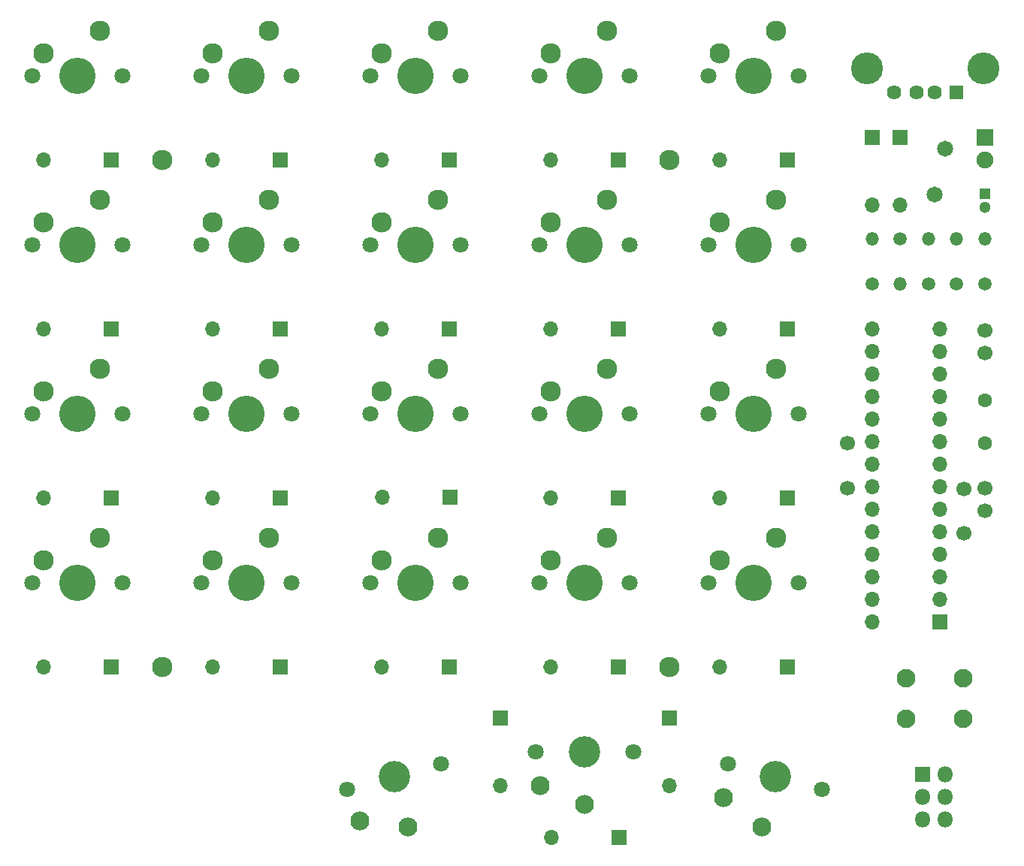
<source format=gbr>
%TF.GenerationSoftware,KiCad,Pcbnew,(5.1.6-0-10_14)*%
%TF.CreationDate,2020-09-02T17:46:37+08:00*%
%TF.ProjectId,EngineerPad,456e6769-6e65-4657-9250-61642e6b6963,v0.3*%
%TF.SameCoordinates,Original*%
%TF.FileFunction,Soldermask,Bot*%
%TF.FilePolarity,Negative*%
%FSLAX46Y46*%
G04 Gerber Fmt 4.6, Leading zero omitted, Abs format (unit mm)*
G04 Created by KiCad (PCBNEW (5.1.6-0-10_14)) date 2020-09-02 17:46:37*
%MOMM*%
%LPD*%
G01*
G04 APERTURE LIST*
%ADD10C,1.624000*%
%ADD11R,1.624000X1.624000*%
%ADD12C,3.600000*%
%ADD13C,3.529000*%
%ADD14C,2.132000*%
%ADD15C,1.801800*%
%ADD16C,2.300000*%
%ADD17C,1.800000*%
%ADD18C,4.100000*%
%ADD19O,1.700000X1.700000*%
%ADD20R,1.700000X1.700000*%
%ADD21O,1.500000X1.500000*%
%ADD22C,1.500000*%
%ADD23R,1.800000X1.800000*%
%ADD24O,1.800000X1.800000*%
%ADD25C,1.810000*%
%ADD26C,1.900000*%
%ADD27R,1.900000X1.900000*%
%ADD28C,1.600000*%
%ADD29C,2.100000*%
%ADD30C,1.700000*%
%ADD31C,1.300000*%
%ADD32R,1.300000X1.300000*%
G04 APERTURE END LIST*
D10*
%TO.C,J2*%
X177360000Y-68405000D03*
X179860000Y-68405000D03*
X181860000Y-68405000D03*
D11*
X184360000Y-68405000D03*
D12*
X187430000Y-65695000D03*
X174290000Y-65695000D03*
%TD*%
D13*
%TO.C,SW22*%
X142450000Y-142700000D03*
D14*
X137450000Y-146500000D03*
X142450000Y-148600000D03*
D15*
X147950000Y-142700000D03*
X136950000Y-142700000D03*
%TD*%
D13*
%TO.C,SW23*%
X163913000Y-145494000D03*
D14*
X158099858Y-147870423D03*
X162385968Y-151192962D03*
D15*
X169225592Y-146917505D03*
X158600408Y-144070495D03*
%TD*%
D13*
%TO.C,SW21*%
X120987000Y-145494000D03*
D14*
X117140883Y-150458613D03*
X122514032Y-151192962D03*
D15*
X126299592Y-144070495D03*
X115674408Y-146917505D03*
%TD*%
D16*
%TO.C,H4*%
X151975000Y-133175000D03*
%TD*%
%TO.C,H3*%
X94825000Y-133175000D03*
%TD*%
%TO.C,H2*%
X151975000Y-76025000D03*
%TD*%
%TO.C,H1*%
X94825000Y-76025000D03*
%TD*%
D17*
%TO.C,SW20*%
X166580000Y-123650000D03*
X156420000Y-123650000D03*
D18*
X161500000Y-123650000D03*
D16*
X157690000Y-121110000D03*
X164040000Y-118570000D03*
%TD*%
D17*
%TO.C,SW19*%
X147530000Y-123650000D03*
X137370000Y-123650000D03*
D18*
X142450000Y-123650000D03*
D16*
X138640000Y-121110000D03*
X144990000Y-118570000D03*
%TD*%
D17*
%TO.C,SW18*%
X128480000Y-123650000D03*
X118320000Y-123650000D03*
D18*
X123400000Y-123650000D03*
D16*
X119590000Y-121110000D03*
X125940000Y-118570000D03*
%TD*%
D17*
%TO.C,SW17*%
X109430000Y-123650000D03*
X99270000Y-123650000D03*
D18*
X104350000Y-123650000D03*
D16*
X100540000Y-121110000D03*
X106890000Y-118570000D03*
%TD*%
D17*
%TO.C,SW16*%
X90380000Y-123650000D03*
X80220000Y-123650000D03*
D18*
X85300000Y-123650000D03*
D16*
X81490000Y-121110000D03*
X87840000Y-118570000D03*
%TD*%
D17*
%TO.C,SW15*%
X166580000Y-104600000D03*
X156420000Y-104600000D03*
D18*
X161500000Y-104600000D03*
D16*
X157690000Y-102060000D03*
X164040000Y-99520000D03*
%TD*%
D17*
%TO.C,SW14*%
X147530000Y-104600000D03*
X137370000Y-104600000D03*
D18*
X142450000Y-104600000D03*
D16*
X138640000Y-102060000D03*
X144990000Y-99520000D03*
%TD*%
D17*
%TO.C,SW13*%
X128480000Y-104600000D03*
X118320000Y-104600000D03*
D18*
X123400000Y-104600000D03*
D16*
X119590000Y-102060000D03*
X125940000Y-99520000D03*
%TD*%
D17*
%TO.C,SW12*%
X109430000Y-104600000D03*
X99270000Y-104600000D03*
D18*
X104350000Y-104600000D03*
D16*
X100540000Y-102060000D03*
X106890000Y-99520000D03*
%TD*%
D17*
%TO.C,SW11*%
X90380000Y-104600000D03*
X80220000Y-104600000D03*
D18*
X85300000Y-104600000D03*
D16*
X81490000Y-102060000D03*
X87840000Y-99520000D03*
%TD*%
D17*
%TO.C,SW10*%
X166580000Y-85550000D03*
X156420000Y-85550000D03*
D18*
X161500000Y-85550000D03*
D16*
X157690000Y-83010000D03*
X164040000Y-80470000D03*
%TD*%
D17*
%TO.C,SW9*%
X147530000Y-85550000D03*
X137370000Y-85550000D03*
D18*
X142450000Y-85550000D03*
D16*
X138640000Y-83010000D03*
X144990000Y-80470000D03*
%TD*%
D17*
%TO.C,SW8*%
X128480000Y-85550000D03*
X118320000Y-85550000D03*
D18*
X123400000Y-85550000D03*
D16*
X119590000Y-83010000D03*
X125940000Y-80470000D03*
%TD*%
D17*
%TO.C,SW7*%
X109430000Y-85550000D03*
X99270000Y-85550000D03*
D18*
X104350000Y-85550000D03*
D16*
X100540000Y-83010000D03*
X106890000Y-80470000D03*
%TD*%
D17*
%TO.C,SW6*%
X90380000Y-85550000D03*
X80220000Y-85550000D03*
D18*
X85300000Y-85550000D03*
D16*
X81490000Y-83010000D03*
X87840000Y-80470000D03*
%TD*%
D17*
%TO.C,SW5*%
X166580000Y-66500000D03*
X156420000Y-66500000D03*
D18*
X161500000Y-66500000D03*
D16*
X157690000Y-63960000D03*
X164040000Y-61420000D03*
%TD*%
D17*
%TO.C,SW4*%
X147530000Y-66500000D03*
X137370000Y-66500000D03*
D18*
X142450000Y-66500000D03*
D16*
X138640000Y-63960000D03*
X144990000Y-61420000D03*
%TD*%
D17*
%TO.C,SW3*%
X128480000Y-66500000D03*
X118320000Y-66500000D03*
D18*
X123400000Y-66500000D03*
D16*
X119590000Y-63960000D03*
X125940000Y-61420000D03*
%TD*%
D17*
%TO.C,SW2*%
X109430000Y-66500000D03*
X99270000Y-66500000D03*
D18*
X104350000Y-66500000D03*
D16*
X100540000Y-63960000D03*
X106890000Y-61420000D03*
%TD*%
D17*
%TO.C,SW1*%
X90380000Y-66500000D03*
X80220000Y-66500000D03*
D18*
X85300000Y-66500000D03*
D16*
X81490000Y-63960000D03*
X87840000Y-61420000D03*
%TD*%
D19*
%TO.C,D23*%
X151975000Y-146510000D03*
D20*
X151975000Y-138890000D03*
%TD*%
D19*
%TO.C,D22*%
X138690000Y-152400000D03*
D20*
X146310000Y-152400000D03*
%TD*%
D19*
%TO.C,D21*%
X133000000Y-146510000D03*
D20*
X133000000Y-138890000D03*
%TD*%
D19*
%TO.C,D20*%
X157690000Y-133175000D03*
D20*
X165310000Y-133175000D03*
%TD*%
D19*
%TO.C,D19*%
X138640000Y-133175000D03*
D20*
X146260000Y-133175000D03*
%TD*%
D19*
%TO.C,D18*%
X119590000Y-133175000D03*
D20*
X127210000Y-133175000D03*
%TD*%
D19*
%TO.C,D17*%
X100540000Y-133175000D03*
D20*
X108160000Y-133175000D03*
%TD*%
D19*
%TO.C,D16*%
X81490000Y-133175000D03*
D20*
X89110000Y-133175000D03*
%TD*%
D19*
%TO.C,D15*%
X157690000Y-114125000D03*
D20*
X165310000Y-114125000D03*
%TD*%
D19*
%TO.C,D14*%
X138640000Y-114125000D03*
D20*
X146260000Y-114125000D03*
%TD*%
D19*
%TO.C,D13*%
X119690000Y-114000000D03*
D20*
X127310000Y-114000000D03*
%TD*%
D19*
%TO.C,D12*%
X100540000Y-114125000D03*
D20*
X108160000Y-114125000D03*
%TD*%
D19*
%TO.C,D11*%
X81490000Y-114125000D03*
D20*
X89110000Y-114125000D03*
%TD*%
D19*
%TO.C,D10*%
X157690000Y-95075000D03*
D20*
X165310000Y-95075000D03*
%TD*%
D19*
%TO.C,D9*%
X138640000Y-95000000D03*
D20*
X146260000Y-95000000D03*
%TD*%
D19*
%TO.C,D8*%
X119590000Y-95075000D03*
D20*
X127210000Y-95075000D03*
%TD*%
D19*
%TO.C,D7*%
X100540000Y-95075000D03*
D20*
X108160000Y-95075000D03*
%TD*%
D19*
%TO.C,D6*%
X81490000Y-95075000D03*
D20*
X89110000Y-95075000D03*
%TD*%
D19*
%TO.C,D5*%
X157690000Y-76025000D03*
D20*
X165310000Y-76025000D03*
%TD*%
D19*
%TO.C,D4*%
X138640000Y-76025000D03*
D20*
X146260000Y-76025000D03*
%TD*%
D19*
%TO.C,D3*%
X119590000Y-76025000D03*
D20*
X127210000Y-76025000D03*
%TD*%
D19*
%TO.C,D2*%
X100540000Y-76025000D03*
D20*
X108160000Y-76025000D03*
%TD*%
D19*
%TO.C,D1*%
X81490000Y-76025000D03*
D20*
X89110000Y-76025000D03*
%TD*%
D21*
%TO.C,R6*%
X184360000Y-84915000D03*
D22*
X184360000Y-89995000D03*
%TD*%
D21*
%TO.C,R3*%
X181185000Y-84915000D03*
D22*
X181185000Y-89995000D03*
%TD*%
D21*
%TO.C,R1*%
X174835000Y-84915000D03*
D22*
X174835000Y-89995000D03*
%TD*%
D21*
%TO.C,R2*%
X178010000Y-89995000D03*
D22*
X178010000Y-84915000D03*
%TD*%
D21*
%TO.C,R5*%
X187535000Y-84915000D03*
D22*
X187535000Y-89995000D03*
%TD*%
D23*
%TO.C,J1*%
X180550000Y-145240000D03*
D24*
X183090000Y-145240000D03*
X180550000Y-147780000D03*
X183090000Y-147780000D03*
X180550000Y-150320000D03*
X183090000Y-150320000D03*
%TD*%
D19*
%TO.C,U1*%
X174835000Y-128095000D03*
X182455000Y-95075000D03*
X174835000Y-125555000D03*
X182455000Y-97615000D03*
X174835000Y-123015000D03*
X182455000Y-100155000D03*
X174835000Y-120475000D03*
X182455000Y-102695000D03*
X174835000Y-117935000D03*
X182455000Y-105235000D03*
X174835000Y-115395000D03*
X182455000Y-107775000D03*
X174835000Y-112855000D03*
X182455000Y-110315000D03*
X174835000Y-110315000D03*
X182455000Y-112855000D03*
X174835000Y-107775000D03*
X182455000Y-115395000D03*
X174835000Y-105235000D03*
X182455000Y-117935000D03*
X174835000Y-102695000D03*
X182455000Y-120475000D03*
X174835000Y-100155000D03*
X182455000Y-123015000D03*
X174835000Y-97615000D03*
X182455000Y-125555000D03*
X174835000Y-95075000D03*
D20*
X182455000Y-128095000D03*
%TD*%
D25*
%TO.C,F1*%
X183090000Y-74755000D03*
X181890000Y-79855000D03*
%TD*%
D26*
%TO.C,D26*%
X187535000Y-76025000D03*
D27*
X187535000Y-73485000D03*
%TD*%
D28*
%TO.C,Y1*%
X187535000Y-103070000D03*
X187535000Y-107950000D03*
%TD*%
D29*
%TO.C,Reset1*%
X185145000Y-134445000D03*
X185145000Y-138945000D03*
X178645000Y-134445000D03*
X178645000Y-138945000D03*
%TD*%
D19*
%TO.C,D25*%
X178010000Y-81105000D03*
D20*
X178010000Y-73485000D03*
%TD*%
D19*
%TO.C,D24*%
X174835000Y-81105000D03*
D20*
X174835000Y-73485000D03*
%TD*%
D30*
%TO.C,C5*%
X172092000Y-112950000D03*
X172092000Y-107950000D03*
%TD*%
%TO.C,C4*%
X185224000Y-118037000D03*
X185224000Y-113037000D03*
%TD*%
D31*
%TO.C,C3*%
X187535000Y-81335000D03*
D32*
X187535000Y-79835000D03*
%TD*%
D30*
%TO.C,C2*%
X187535000Y-113030000D03*
X187535000Y-115530000D03*
%TD*%
%TO.C,C1*%
X187535000Y-97750000D03*
X187535000Y-95250000D03*
%TD*%
M02*

</source>
